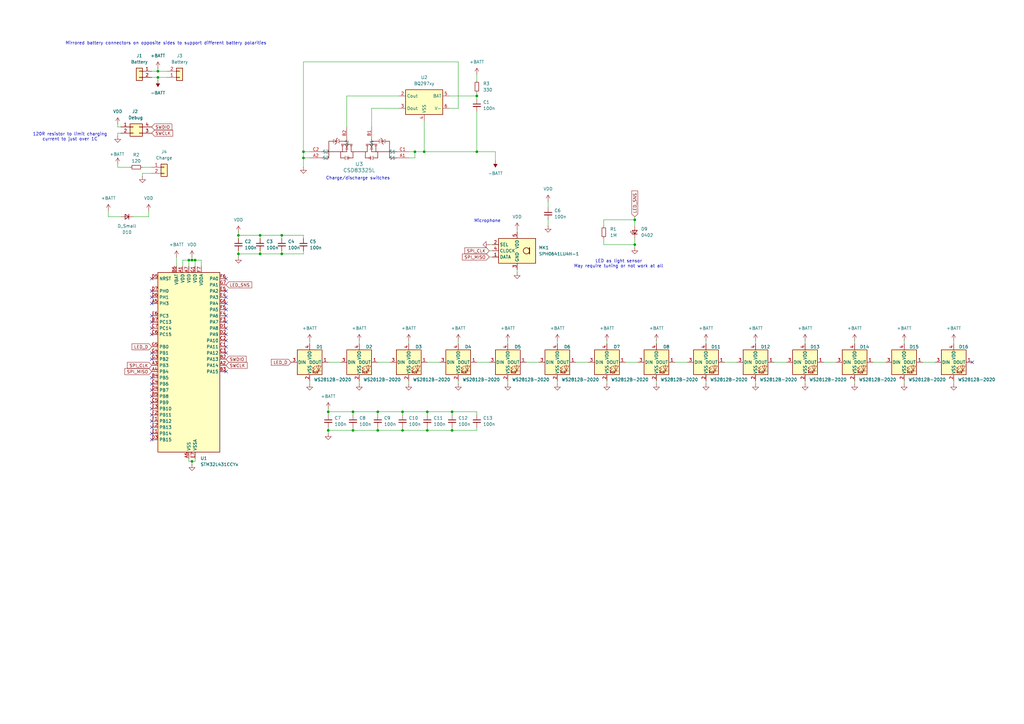
<source format=kicad_sch>
(kicad_sch (version 20231120) (generator "eeschema") (generator_version "8.0")
  (paper "A3")
  (lib_symbols
    (symbol "Battery_Management:BQ297xy"
      (property "Reference" "U" (at -6.35 6.35 0))
      (property "Value" "BQ297xy" (at 5.08 -6.35 0))
      (symbol "BQ297xy_1_1"
        (pin no_connect line (at 7.62 0 180) (length 2.54) hide (name "NC") (number "1"))
        (pin output line (at 10.16 2.54 180) (length 2.54) (name "Cout") (number "2"))
        (pin output line (at 10.16 -2.54 180) (length 2.54) (name "Dout") (number "3"))
        (pin power_in line (at 0 -7.62 90) (length 2.54) (name "VSS") (number "4"))
        (pin input line (at -10.16 2.54 0) (length 2.54) (name "BAT") (number "5"))
        (pin input line (at -10.16 -2.54 0) (length 2.54) (name "V-") (number "6"))
      )
    )
    (symbol "CSD83325L:CSD83325L" (pin_names (offset 0.254))
      (property "Reference" "U" (at 0 2.54 0))
      (property "Value" "CSD83325L" (at 0 0 0))
      (symbol "CSD83325L_0_1"
        (pin unspecified line (at -20.32 2.54 0) (length 5.08) (name "S1") (number "A1"))
        (pin unspecified line (at 20.32 2.54 180) (length 5.08) (name "S2") (number "A2"))
        (pin unspecified line (at -5.08 -10.16 90) (length 5.08) (name "G1") (number "B1"))
        (pin unspecified line (at 5.08 -10.16 90) (length 5.08) (name "G2") (number "B2"))
        (pin unspecified line (at -20.32 0 0) (length 5.08) (name "S1") (number "C1"))
        (pin unspecified line (at 20.32 0 180) (length 5.08) (name "S2") (number "C2"))
      )
    )
    (symbol "Connector_Generic:Conn_01x02" (pin_names (offset 1.016) hide)
      (property "Reference" "J" (at 0 2.54 0))
      (property "Value" "Conn_01x02" (at 0 -5.08 0))
      (symbol "Conn_01x02_1_1"
        (pin passive line (at -5.08 0 0) (length 3.81) (name "Pin_1") (number "1"))
        (pin passive line (at -5.08 -2.54 0) (length 3.81) (name "Pin_2") (number "2"))
      )
    )
    (symbol "Connector_Generic:Conn_02x02_Counter_Clockwise" (pin_names (offset 1.016) hide)
      (property "Reference" "J" (at 1.27 2.54 0))
      (property "Value" "Conn_02x02_Counter_Clockwise" (at 1.27 -5.08 0))
      (symbol "Conn_02x02_Counter_Clockwise_1_1"
        (pin passive line (at -5.08 0 0) (length 3.81) (name "Pin_1") (number "1"))
        (pin passive line (at -5.08 -2.54 0) (length 3.81) (name "Pin_2") (number "2"))
        (pin passive line (at 7.62 -2.54 180) (length 3.81) (name "Pin_3") (number "3"))
        (pin passive line (at 7.62 0 180) (length 3.81) (name "Pin_4") (number "4"))
      )
    )
    (symbol "Device:C_Small" (pin_numbers hide) (pin_names (offset 0.254) hide)
      (property "Reference" "C" (at 0.254 1.778 0))
      (property "Value" "C_Small" (at 0.254 -2.032 0))
      (symbol "C_Small_1_1"
        (pin passive line (at 0 2.54 270) (length 2.032) (name "~") (number "1"))
        (pin passive line (at 0 -2.54 90) (length 2.032) (name "~") (number "2"))
      )
    )
    (symbol "Device:D_Small" (pin_numbers hide) (pin_names (offset 0.254) hide)
      (property "Reference" "D" (at -1.27 2.032 0))
      (property "Value" "D_Small" (at -3.81 -2.032 0))
      (symbol "D_Small_1_1"
        (pin passive line (at -2.54 0 0) (length 1.778) (name "K") (number "1"))
        (pin passive line (at 2.54 0 180) (length 1.778) (name "A") (number "2"))
      )
    )
    (symbol "Device:LED_Small" (pin_numbers hide) (pin_names (offset 0.254) hide)
      (property "Reference" "D" (at -1.27 3.175 0))
      (property "Value" "LED_Small" (at -4.445 -2.54 0))
      (symbol "LED_Small_1_1"
        (pin passive line (at -2.54 0 0) (length 1.778) (name "K") (number "1"))
        (pin passive line (at 2.54 0 180) (length 1.778) (name "A") (number "2"))
      )
    )
    (symbol "Device:R_Small" (pin_numbers hide) (pin_names (offset 0.254) hide)
      (property "Reference" "R" (at 0.762 0.508 0))
      (property "Value" "R_Small" (at 0.762 -1.016 0))
      (symbol "R_Small_1_1"
        (pin passive line (at 0 2.54 270) (length 0.762) (name "~") (number "1"))
        (pin passive line (at 0 -2.54 90) (length 0.762) (name "~") (number "2"))
      )
    )
    (symbol "LED:WS2812B-2020" (pin_names (offset 0.254))
      (property "Reference" "D" (at 5.08 5.715 0))
      (property "Value" "WS2812B-2020" (at 1.27 -5.715 0))
      (symbol "WS2812B-2020_0_0"
        (text "RGB" (at 2.286 -4.191 0) (effects (font (size 0.762 0.762))))
      )
      (symbol "WS2812B-2020_1_1"
        (pin output line (at 7.62 0 180) (length 2.54) (name "DOUT") (number "1"))
        (pin power_in line (at 0 -7.62 90) (length 2.54) (name "VSS") (number "2"))
        (pin input line (at -7.62 0 0) (length 2.54) (name "DIN") (number "3"))
        (pin power_in line (at 0 7.62 270) (length 2.54) (name "VDD") (number "4"))
      )
    )
    (symbol "MCU_ST_STM32L4:STM32L431CCYx"
      (property "Reference" "U" (at -12.7 39.37 0))
      (property "Value" "STM32L431CCYx" (at 7.62 39.37 0))
      (symbol "STM32L431CCYx_1_1"
        (pin power_in line (at -2.54 40.64 270) (length 2.54) (name "VDD") (number "A1"))
        (pin bidirectional line (at 15.24 0 180) (length 2.54) (name "PA14") (number "A2"))
        (pin bidirectional line (at -15.24 0 0) (length 2.54) (name "PB3") (number "A3"))
        (pin bidirectional line (at -15.24 -2.54 0) (length 2.54) (name "PB4") (number "A4"))
        (pin bidirectional line (at -15.24 25.4 0) (length 2.54) (name "PH3") (number "A5"))
        (pin power_in line (at 0 -38.1 90) (length 2.54) (name "VSS") (number "A6"))
        (pin power_in line (at 0 40.64 270) (length 2.54) (name "VDD") (number "A7"))
        (pin passive line (at 0 -38.1 90) (length 2.54) hide (name "VSS") (number "B1"))
        (pin bidirectional line (at 15.24 2.54 180) (length 2.54) (name "PA13") (number "B2"))
        (pin bidirectional line (at 15.24 -2.54 180) (length 2.54) (name "PA15") (number "B3"))
        (pin bidirectional line (at -15.24 -5.08 0) (length 2.54) (name "PB5") (number "B4"))
        (pin bidirectional line (at -15.24 -12.7 0) (length 2.54) (name "PB8") (number "B5"))
        (pin power_in line (at -5.08 40.64 270) (length 2.54) (name "VBAT") (number "B6"))
        (pin bidirectional line (at -15.24 17.78 0) (length 2.54) (name "PC13") (number "B7"))
        (pin bidirectional line (at 15.24 7.62 180) (length 2.54) (name "PA11") (number "C1"))
        (pin bidirectional line (at 15.24 10.16 180) (length 2.54) (name "PA10") (number "C2"))
        (pin bidirectional line (at 15.24 5.08 180) (length 2.54) (name "PA12") (number "C3"))
        (pin bidirectional line (at -15.24 -7.62 0) (length 2.54) (name "PB6") (number "C4"))
        (pin bidirectional line (at -15.24 -15.24 0) (length 2.54) (name "PB9") (number "C5"))
        (pin bidirectional line (at -15.24 12.7 0) (length 2.54) (name "PC15") (number "C6"))
        (pin bidirectional line (at -15.24 15.24 0) (length 2.54) (name "PC14") (number "C7"))
        (pin bidirectional line (at 15.24 15.24 180) (length 2.54) (name "PA8") (number "D1"))
        (pin bidirectional line (at 15.24 12.7 180) (length 2.54) (name "PA9") (number "D2"))
        (pin bidirectional line (at -15.24 -30.48 0) (length 2.54) (name "PB15") (number "D3"))
        (pin bidirectional line (at -15.24 -10.16 0) (length 2.54) (name "PB7") (number "D4"))
        (pin input line (at -15.24 35.56 0) (length 2.54) (name "NRST") (number "D5"))
        (pin bidirectional line (at -15.24 27.94 0) (length 2.54) (name "PH1") (number "D6"))
        (pin bidirectional line (at -15.24 30.48 0) (length 2.54) (name "PH0") (number "D7"))
        (pin bidirectional line (at -15.24 -27.94 0) (length 2.54) (name "PB14") (number "E1"))
        (pin bidirectional line (at -15.24 -25.4 0) (length 2.54) (name "PB13") (number "E2"))
        (pin bidirectional line (at -15.24 -17.78 0) (length 2.54) (name "PB10") (number "E3"))
        (pin bidirectional line (at 15.24 27.94 180) (length 2.54) (name "PA3") (number "E4"))
        (pin bidirectional line (at 15.24 30.48 180) (length 2.54) (name "PA2") (number "E5"))
        (pin bidirectional line (at -15.24 20.32 0) (length 2.54) (name "PC3") (number "E6"))
        (pin power_in line (at 2.54 -38.1 90) (length 2.54) (name "VSSA") (number "E7"))
        (pin bidirectional line (at -15.24 -22.86 0) (length 2.54) (name "PB12") (number "F1"))
        (pin bidirectional line (at -15.24 -20.32 0) (length 2.54) (name "PB11") (number "F2"))
        (pin bidirectional line (at 15.24 17.78 180) (length 2.54) (name "PA7") (number "F3"))
        (pin bidirectional line (at 15.24 20.32 180) (length 2.54) (name "PA6") (number "F4"))
        (pin bidirectional line (at 15.24 22.86 180) (length 2.54) (name "PA5") (number "F5"))
        (pin bidirectional line (at 15.24 35.56 180) (length 2.54) (name "PA0") (number "F6"))
        (pin power_in line (at 5.08 40.64 270) (length 2.54) (name "VDDA") (number "F7"))
        (pin power_in line (at 2.54 40.64 270) (length 2.54) (name "VDD") (number "G1"))
        (pin passive line (at 0 -38.1 90) (length 2.54) hide (name "VSS") (number "G2"))
        (pin bidirectional line (at -15.24 2.54 0) (length 2.54) (name "PB2") (number "G3"))
        (pin bidirectional line (at -15.24 5.08 0) (length 2.54) (name "PB1") (number "G4"))
        (pin bidirectional line (at -15.24 7.62 0) (length 2.54) (name "PB0") (number "G5"))
        (pin bidirectional line (at 15.24 25.4 180) (length 2.54) (name "PA4") (number "G6"))
        (pin bidirectional line (at 15.24 33.02 180) (length 2.54) (name "PA1") (number "G7"))
      )
    )
    (symbol "Sensor_Audio:SPH0641LU4H-1"
      (property "Reference" "MK" (at 5.08 6.35 0))
      (property "Value" "SPH0641LU4H-1" (at 8.89 -6.35 0))
      (symbol "SPH0641LU4H-1_1_1"
        (pin output line (at 10.16 -2.54 180) (length 2.54) (name "DATA") (number "1"))
        (pin input line (at 10.16 2.54 180) (length 2.54) (name "SEL") (number "2"))
        (pin power_in line (at 0 -7.62 90) (length 2.54) (name "GND") (number "3"))
        (pin input line (at 10.16 0 180) (length 2.54) (name "CLOCK") (number "4"))
        (pin power_in line (at 0 7.62 270) (length 2.54) (name "VDD") (number "5"))
      )
    )
    (symbol "power:+BATT" (power) (pin_numbers hide) (pin_names (offset 0) hide)
      (property "Value" "+BATT" (at 0 3.556 0))
      (symbol "+BATT_1_1"
        (pin power_in line (at 0 0 90) (length 0) (name "~") (number "1"))
      )
    )
    (symbol "power:-BATT" (power) (pin_numbers hide) (pin_names (offset 0) hide)
      (property "Value" "-BATT" (at 0 3.556 0))
      (symbol "-BATT_1_1"
        (pin power_in line (at 0 0 90) (length 0) (name "~") (number "1"))
      )
    )
    (symbol "power:GND" (power) (pin_numbers hide) (pin_names (offset 0) hide)
      (property "Value" "GND" (at 0 -3.81 0))
      (symbol "GND_1_1"
        (pin power_in line (at 0 0 270) (length 0) (name "~") (number "1"))
      )
    )
    (symbol "power:VDD" (power) (pin_numbers hide) (pin_names (offset 0) hide)
      (property "Value" "VDD" (at 0 3.556 0))
      (symbol "VDD_1_1"
        (pin power_in line (at 0 0 90) (length 0) (name "~") (number "1"))
      )
    )
  )
  (junction (at 260.35 100.33))
  (junction (at 77.47 106.68))
  (junction (at 115.57 96.52))
  (junction (at 78.74 189.23))
  (junction (at 165.1 176.53))
  (junction (at 165.1 168.91))
  (junction (at 175.26 176.53))
  (junction (at 195.58 39.37))
  (junction (at 185.42 176.53))
  (junction (at 173.99 62.23))
  (junction (at 97.79 104.14))
  (junction (at 106.68 104.14))
  (junction (at 170.18 62.23))
  (junction (at 134.62 176.53))
  (junction (at 124.46 64.77))
  (junction (at 64.77 29.21))
  (junction (at 260.35 90.17))
  (junction (at 144.78 176.53))
  (junction (at 124.46 62.23))
  (junction (at 64.77 31.75))
  (junction (at 78.74 106.68))
  (junction (at 106.68 96.52))
  (junction (at 175.26 168.91))
  (junction (at 115.57 104.14))
  (junction (at 134.62 168.91))
  (junction (at 154.94 176.53))
  (junction (at 80.01 106.68))
  (junction (at 195.58 62.23))
  (junction (at 144.78 168.91))
  (junction (at 154.94 168.91))
  (junction (at 97.79 96.52))
  (junction (at 185.42 168.91))
  (no_connect (at 92.71 119.38))
  (no_connect (at 92.71 139.7))
  (no_connect (at 62.23 124.46))
  (no_connect (at 62.23 160.02))
  (no_connect (at 62.23 129.54))
  (no_connect (at 62.23 157.48))
  (no_connect (at 92.71 124.46))
  (no_connect (at 92.71 127))
  (no_connect (at 92.71 142.24))
  (no_connect (at 62.23 180.34))
  (no_connect (at 92.71 132.08))
  (no_connect (at 92.71 121.92))
  (no_connect (at 92.71 144.78))
  (no_connect (at 62.23 177.8))
  (no_connect (at 92.71 129.54))
  (no_connect (at 62.23 147.32))
  (no_connect (at 62.23 137.16))
  (no_connect (at 62.23 114.3))
  (no_connect (at 92.71 152.4))
  (no_connect (at 62.23 121.92))
  (no_connect (at 62.23 154.94))
  (no_connect (at 92.71 137.16))
  (no_connect (at 62.23 170.18))
  (no_connect (at 62.23 162.56))
  (no_connect (at 62.23 165.1))
  (no_connect (at 398.78 148.59))
  (no_connect (at 62.23 132.08))
  (no_connect (at 62.23 119.38))
  (no_connect (at 62.23 144.78))
  (no_connect (at 92.71 134.62))
  (no_connect (at 62.23 175.26))
  (no_connect (at 62.23 167.64))
  (no_connect (at 92.71 114.3))
  (no_connect (at 62.23 134.62))
  (no_connect (at 62.23 172.72))
  (wire (pts (xy 378.46 148.59) (xy 383.54 148.59)))
  (wire (pts (xy 124.46 68.58) (xy 124.46 64.77)))
  (wire (pts (xy 269.24 139.7) (xy 269.24 140.97)))
  (wire (pts (xy 215.9 148.59) (xy 220.98 148.59)))
  (wire (pts (xy 247.65 97.79) (xy 247.65 100.33)))
  (wire (pts (xy 58.42 68.58) (xy 62.23 68.58)))
  (wire (pts (xy 212.09 93.98) (xy 212.09 95.25)))
  (wire (pts (xy 247.65 90.17) (xy 247.65 92.71)))
  (wire (pts (xy 203.2 62.23) (xy 195.58 62.23)))
  (wire (pts (xy 173.99 62.23) (xy 170.18 62.23)))
  (wire (pts (xy 97.79 96.52) (xy 106.68 96.52)))
  (wire (pts (xy 48.26 68.58) (xy 48.26 67.31)))
  (wire (pts (xy 187.96 44.45) (xy 187.96 25.4)))
  (wire (pts (xy 152.4 44.45) (xy 163.83 44.45)))
  (wire (pts (xy 200.66 105.41) (xy 201.93 105.41)))
  (wire (pts (xy 54.61 88.9) (xy 60.96 88.9)))
  (wire (pts (xy 147.32 139.7) (xy 147.32 140.97)))
  (wire (pts (xy 97.79 96.52) (xy 97.79 97.79)))
  (wire (pts (xy 97.79 102.87) (xy 97.79 104.14)))
  (wire (pts (xy 195.58 45.72) (xy 195.58 62.23)))
  (wire (pts (xy 195.58 62.23) (xy 173.99 62.23)))
  (wire (pts (xy 124.46 62.23) (xy 127 62.23)))
  (wire (pts (xy 195.58 175.26) (xy 195.58 176.53)))
  (wire (pts (xy 154.94 168.91) (xy 144.78 168.91)))
  (wire (pts (xy 370.84 156.21) (xy 370.84 157.48)))
  (wire (pts (xy 260.35 101.6) (xy 260.35 100.33)))
  (wire (pts (xy 167.64 156.21) (xy 167.64 157.48)))
  (wire (pts (xy 78.74 189.23) (xy 80.01 189.23)))
  (wire (pts (xy 165.1 168.91) (xy 154.94 168.91)))
  (wire (pts (xy 144.78 168.91) (xy 134.62 168.91)))
  (wire (pts (xy 60.96 86.36) (xy 60.96 88.9)))
  (wire (pts (xy 77.47 187.96) (xy 77.47 189.23)))
  (wire (pts (xy 184.15 44.45) (xy 187.96 44.45)))
  (wire (pts (xy 147.32 156.21) (xy 147.32 157.48)))
  (wire (pts (xy 127 139.7) (xy 127 140.97)))
  (wire (pts (xy 185.42 175.26) (xy 185.42 176.53)))
  (wire (pts (xy 62.23 31.75) (xy 64.77 31.75)))
  (wire (pts (xy 195.58 170.18) (xy 195.58 168.91)))
  (wire (pts (xy 200.66 100.33) (xy 201.93 100.33)))
  (wire (pts (xy 64.77 31.75) (xy 64.77 33.02)))
  (wire (pts (xy 97.79 104.14) (xy 97.79 105.41)))
  (wire (pts (xy 77.47 106.68) (xy 77.47 109.22)))
  (wire (pts (xy 184.15 39.37) (xy 195.58 39.37)))
  (wire (pts (xy 236.22 148.59) (xy 241.3 148.59)))
  (wire (pts (xy 165.1 170.18) (xy 165.1 168.91)))
  (wire (pts (xy 115.57 96.52) (xy 124.46 96.52)))
  (wire (pts (xy 77.47 106.68) (xy 74.93 106.68)))
  (wire (pts (xy 195.58 39.37) (xy 195.58 40.64)))
  (wire (pts (xy 58.42 71.12) (xy 58.42 72.39)))
  (wire (pts (xy 203.2 62.23) (xy 203.2 66.04)))
  (wire (pts (xy 391.16 156.21) (xy 391.16 157.48)))
  (wire (pts (xy 200.66 102.87) (xy 201.93 102.87)))
  (wire (pts (xy 115.57 97.79) (xy 115.57 96.52)))
  (wire (pts (xy 134.62 176.53) (xy 134.62 177.8)))
  (wire (pts (xy 124.46 25.4) (xy 124.46 62.23)))
  (wire (pts (xy 48.26 50.8) (xy 48.26 52.07)))
  (wire (pts (xy 80.01 106.68) (xy 78.74 106.68)))
  (wire (pts (xy 134.62 167.64) (xy 134.62 168.91)))
  (wire (pts (xy 187.96 25.4) (xy 124.46 25.4)))
  (wire (pts (xy 195.58 148.59) (xy 200.66 148.59)))
  (wire (pts (xy 170.18 64.77) (xy 170.18 62.23)))
  (wire (pts (xy 247.65 100.33) (xy 260.35 100.33)))
  (wire (pts (xy 260.35 100.33) (xy 260.35 97.79)))
  (wire (pts (xy 297.18 148.59) (xy 302.26 148.59)))
  (wire (pts (xy 175.26 148.59) (xy 180.34 148.59)))
  (wire (pts (xy 106.68 97.79) (xy 106.68 96.52)))
  (wire (pts (xy 208.28 139.7) (xy 208.28 140.97)))
  (wire (pts (xy 106.68 96.52) (xy 115.57 96.52)))
  (wire (pts (xy 77.47 189.23) (xy 78.74 189.23)))
  (wire (pts (xy 64.77 27.94) (xy 64.77 29.21)))
  (wire (pts (xy 144.78 170.18) (xy 144.78 168.91)))
  (wire (pts (xy 80.01 109.22) (xy 80.01 106.68)))
  (wire (pts (xy 124.46 102.87) (xy 124.46 104.14)))
  (wire (pts (xy 106.68 104.14) (xy 115.57 104.14)))
  (wire (pts (xy 317.5 148.59) (xy 322.58 148.59)))
  (wire (pts (xy 195.58 30.48) (xy 195.58 33.02)))
  (wire (pts (xy 154.94 148.59) (xy 160.02 148.59)))
  (wire (pts (xy 124.46 62.23) (xy 124.46 64.77)))
  (wire (pts (xy 391.16 139.7) (xy 391.16 140.97)))
  (wire (pts (xy 289.56 139.7) (xy 289.56 140.97)))
  (wire (pts (xy 350.52 156.21) (xy 350.52 157.48)))
  (wire (pts (xy 97.79 104.14) (xy 106.68 104.14)))
  (wire (pts (xy 175.26 175.26) (xy 175.26 176.53)))
  (wire (pts (xy 80.01 187.96) (xy 80.01 189.23)))
  (wire (pts (xy 309.88 139.7) (xy 309.88 140.97)))
  (wire (pts (xy 167.64 139.7) (xy 167.64 140.97)))
  (wire (pts (xy 97.79 95.25) (xy 97.79 96.52)))
  (wire (pts (xy 167.64 64.77) (xy 170.18 64.77)))
  (wire (pts (xy 44.45 88.9) (xy 44.45 86.36)))
  (wire (pts (xy 175.26 170.18) (xy 175.26 168.91)))
  (wire (pts (xy 127 156.21) (xy 127 157.48)))
  (wire (pts (xy 337.82 148.59) (xy 342.9 148.59)))
  (wire (pts (xy 134.62 168.91) (xy 134.62 170.18)))
  (wire (pts (xy 144.78 175.26) (xy 144.78 176.53)))
  (wire (pts (xy 82.55 106.68) (xy 80.01 106.68)))
  (wire (pts (xy 134.62 148.59) (xy 139.7 148.59)))
  (wire (pts (xy 208.28 156.21) (xy 208.28 157.48)))
  (wire (pts (xy 144.78 176.53) (xy 134.62 176.53)))
  (wire (pts (xy 72.39 105.41) (xy 72.39 109.22)))
  (wire (pts (xy 187.96 156.21) (xy 187.96 157.48)))
  (wire (pts (xy 269.24 156.21) (xy 269.24 157.48)))
  (wire (pts (xy 358.14 148.59) (xy 363.22 148.59)))
  (wire (pts (xy 289.56 156.21) (xy 289.56 157.48)))
  (wire (pts (xy 124.46 97.79) (xy 124.46 96.52)))
  (wire (pts (xy 228.6 156.21) (xy 228.6 157.48)))
  (wire (pts (xy 115.57 104.14) (xy 124.46 104.14)))
  (wire (pts (xy 134.62 175.26) (xy 134.62 176.53)))
  (wire (pts (xy 309.88 156.21) (xy 309.88 157.48)))
  (wire (pts (xy 44.45 88.9) (xy 49.53 88.9)))
  (wire (pts (xy 165.1 176.53) (xy 154.94 176.53)))
  (wire (pts (xy 48.26 55.88) (xy 48.26 54.61)))
  (wire (pts (xy 78.74 189.23) (xy 78.74 190.5)))
  (wire (pts (xy 165.1 175.26) (xy 165.1 176.53)))
  (wire (pts (xy 187.96 139.7) (xy 187.96 140.97)))
  (wire (pts (xy 167.64 62.23) (xy 170.18 62.23)))
  (wire (pts (xy 142.24 39.37) (xy 142.24 52.07)))
  (wire (pts (xy 228.6 139.7) (xy 228.6 140.97)))
  (wire (pts (xy 74.93 106.68) (xy 74.93 109.22)))
  (wire (pts (xy 163.83 39.37) (xy 142.24 39.37)))
  (wire (pts (xy 68.58 31.75) (xy 64.77 31.75)))
  (wire (pts (xy 195.58 168.91) (xy 185.42 168.91)))
  (wire (pts (xy 185.42 168.91) (xy 175.26 168.91)))
  (wire (pts (xy 106.68 102.87) (xy 106.68 104.14)))
  (wire (pts (xy 185.42 170.18) (xy 185.42 168.91)))
  (wire (pts (xy 124.46 64.77) (xy 127 64.77)))
  (wire (pts (xy 154.94 170.18) (xy 154.94 168.91)))
  (wire (pts (xy 330.2 156.21) (xy 330.2 157.48)))
  (wire (pts (xy 78.74 105.41) (xy 78.74 106.68)))
  (wire (pts (xy 256.54 148.59) (xy 261.62 148.59)))
  (wire (pts (xy 260.35 92.71) (xy 260.35 90.17)))
  (wire (pts (xy 62.23 29.21) (xy 64.77 29.21)))
  (wire (pts (xy 48.26 52.07) (xy 49.53 52.07)))
  (wire (pts (xy 152.4 52.07) (xy 152.4 44.45)))
  (wire (pts (xy 48.26 54.61) (xy 49.53 54.61)))
  (wire (pts (xy 78.74 106.68) (xy 77.47 106.68)))
  (wire (pts (xy 224.79 90.17) (xy 224.79 92.71)))
  (wire (pts (xy 350.52 139.7) (xy 350.52 140.97)))
  (wire (pts (xy 175.26 176.53) (xy 165.1 176.53)))
  (wire (pts (xy 195.58 38.1) (xy 195.58 39.37)))
  (wire (pts (xy 247.65 90.17) (xy 260.35 90.17)))
  (wire (pts (xy 276.86 148.59) (xy 281.94 148.59)))
  (wire (pts (xy 248.92 139.7) (xy 248.92 140.97)))
  (wire (pts (xy 195.58 176.53) (xy 185.42 176.53)))
  (wire (pts (xy 224.79 82.55) (xy 224.79 85.09)))
  (wire (pts (xy 53.34 68.58) (xy 48.26 68.58)))
  (wire (pts (xy 68.58 29.21) (xy 64.77 29.21)))
  (wire (pts (xy 82.55 109.22) (xy 82.55 106.68)))
  (wire (pts (xy 370.84 139.7) (xy 370.84 140.97)))
  (wire (pts (xy 173.99 49.53) (xy 173.99 62.23)))
  (wire (pts (xy 115.57 102.87) (xy 115.57 104.14)))
  (wire (pts (xy 248.92 156.21) (xy 248.92 157.48)))
  (wire (pts (xy 62.23 71.12) (xy 58.42 71.12)))
  (wire (pts (xy 154.94 175.26) (xy 154.94 176.53)))
  (wire (pts (xy 330.2 139.7) (xy 330.2 140.97)))
  (wire (pts (xy 212.09 110.49) (xy 212.09 111.76)))
  (wire (pts (xy 175.26 168.91) (xy 165.1 168.91)))
  (wire (pts (xy 260.35 88.9) (xy 260.35 90.17)))
  (wire (pts (xy 154.94 176.53) (xy 144.78 176.53)))
  (wire (pts (xy 185.42 176.53) (xy 175.26 176.53)))
  (text "LED as light sensor\nMay require tuning or not work at all" (at 253.746 108.204 0) (effects (font (size 1.27 1.27))))
  (text "Charge/discharge switches" (at 146.812 73.152 0) (effects (font (size 1.27 1.27))))
  (text "Mirrored battery connectors on opposite sides to support different battery polarities" (at 68.072 17.78 0) (effects (font (size 1.27 1.27))))
  (text "Microphone" (at 199.898 90.678 0) (effects (font (size 1.27 1.27))))
  (text "120R resistor to limit charging\ncurrent to just over 1C" (at 28.702 56.134 0) (effects (font (size 1.27 1.27))))
  (global_label "LED_D" (shape input) (at 119.38 148.59 180) (property "Intersheetrefs" "${INTERSHEET_REFS}" (effects (hide yes))))
  (global_label "SWDIO" (shape input) (at 62.23 52.07 0) (property "Intersheetrefs" "${INTERSHEET_REFS}" (effects (hide yes))))
  (global_label "SWDIO" (shape input) (at 92.71 147.32 0) (property "Intersheetrefs" "${INTERSHEET_REFS}" (effects (hide yes))))
  (global_label "LED_SNS" (shape input) (at 260.35 88.9 90) (property "Intersheetrefs" "${INTERSHEET_REFS}" (effects (hide yes))))
  (global_label "SWCLK" (shape input) (at 92.71 149.86 0) (property "Intersheetrefs" "${INTERSHEET_REFS}" (effects (hide yes))))
  (global_label "SWCLK" (shape input) (at 62.23 54.61 0) (property "Intersheetrefs" "${INTERSHEET_REFS}" (effects (hide yes))))
  (global_label "SPI_MISO" (shape input) (at 200.66 105.41 180) (property "Intersheetrefs" "${INTERSHEET_REFS}" (effects (hide yes))))
  (global_label "LED_SNS" (shape input) (at 92.71 116.84 0) (property "Intersheetrefs" "${INTERSHEET_REFS}" (effects (hide yes))))
  (global_label "SPI_MISO" (shape input) (at 62.23 152.4 180) (property "Intersheetrefs" "${INTERSHEET_REFS}" (effects (hide yes))))
  (global_label "SPI_CLK" (shape input) (at 62.23 149.86 180) (property "Intersheetrefs" "${INTERSHEET_REFS}" (effects (hide yes))))
  (global_label "SPI_CLK" (shape input) (at 200.66 102.87 180) (property "Intersheetrefs" "${INTERSHEET_REFS}" (effects (hide yes))))
  (global_label "LED_D" (shape input) (at 62.23 142.24 180) (property "Intersheetrefs" "${INTERSHEET_REFS}" (effects (hide yes))))
  (symbol (lib_id "Battery_Management:BQ297xy") (at 173.99 41.91 0) (mirror y) (unit 1)
    (property "Reference" "U2" (at 173.99 31.75 0))
    (property "Value" "BQ297xy" (at 173.99 34.29 0))
    (property "Footprint" "Package_SON:WSON-6_1.5x1.5mm_P0.5mm" (effects (hide yes)))
    (property "Datasheet" "http://www.ti.com/lit/ds/symlink/bq2970.pdf" (effects (hide yes)))
    (property "Description" "Voltage and Current Protection for Single-Cell Li-Ion and Li-Polymer Batteries" (effects (hide yes)))
  )
  (symbol (lib_id "power:GND") (at 127 157.48 0) (unit 1)
    (property "Reference" "#PWR04" (effects (hide yes)))
    (property "Value" "GND" (effects (hide yes)))
    (property "Description" "Power symbol creates a global label with name \"GND\" , ground" (effects (hide yes)))
  )
  (symbol (lib_id "CSD83325L:CSD83325L") (at 147.32 62.23 180) (unit 1)
    (property "Reference" "U3" (at 147.32 67.31 0) (effects (font (size 1.524 1.524))))
    (property "Value" "CSD83325L" (at 147.32 69.85 0) (effects (font (size 1.524 1.524))))
    (property "Footprint" "CSD83325L:YJE0006A" (effects (hide yes)))
    (property "Datasheet" "CSD83325L" (effects (hide yes)))
  )
  (symbol (lib_id "Device:R_Small") (at 247.65 95.25 0) (unit 1)
    (property "Reference" "R1" (at 250.19 93.9799 0) (effects (justify left)))
    (property "Value" "1M" (at 250.19 96.5199 0) (effects (justify left)))
    (property "Footprint" "Resistor_SMD:R_0402_1005Metric" (effects (hide yes)))
    (property "Description" "Resistor, small symbol" (effects (hide yes)))
  )
  (symbol (lib_id "MCU_ST_STM32L4:STM32L431CCYx") (at 77.47 149.86 0) (unit 1)
    (property "Reference" "U1" (at 82.2041 187.96 0) (effects (justify left)))
    (property "Value" "STM32L431CCYx" (at 82.2041 190.5 0) (effects (justify left)))
    (property "Footprint" "Package_CSP:ST_WLCSP-49_Die435" (effects (hide yes)))
    (property "Datasheet" "https://www.st.com/resource/en/datasheet/stm32l431cc.pdf" (effects (hide yes)))
    (property "Description" "STMicroelectronics Arm Cortex-M4 MCU, 256KB flash, 64KB RAM, 80 MHz, 1.71-3.6V, 39 GPIO, WLCSP49" (effects (hide yes)))
  )
  (symbol (lib_id "LED:WS2812B-2020") (at 350.52 148.59 0) (unit 1)
    (property "Reference" "D14" (at 354.584 142.24 0))
    (property "Value" "WS2812B-2020" (at 359.918 155.702 0))
    (property "Footprint" "LED_SMD:LED_WS2812B-2020_PLCC4_2.0x2.0mm" (effects (hide yes)))
    (property "Datasheet" "https://cdn-shop.adafruit.com/product-files/4684/4684_WS2812B-2020_V1.3_EN.pdf" (effects (hide yes)))
    (property "Description" "RGB LED with integrated controller, 2.0 x 2.0 mm, 12 mA" (effects (hide yes)))
  )
  (symbol (lib_id "Device:C_Small") (at 134.62 172.72 0) (unit 1)
    (property "Reference" "C7" (at 137.16 171.4562 0) (effects (justify left)))
    (property "Value" "100n" (at 137.16 173.9962 0) (effects (justify left)))
    (property "Footprint" "Capacitor_SMD:C_0402_1005Metric" (effects (hide yes)))
    (property "Description" "Unpolarized capacitor, small symbol" (effects (hide yes)))
  )
  (symbol (lib_id "power:-BATT") (at 203.2 66.04 180) (unit 1)
    (property "Reference" "#PWR027" (effects (hide yes)))
    (property "Value" "-BATT" (at 203.2 71.12 0))
    (property "Description" "Power symbol creates a global label with name \"-BATT\"" (effects (hide yes)))
  )
  (symbol (lib_id "LED:WS2812B-2020") (at 208.28 148.59 0) (unit 1)
    (property "Reference" "D5" (at 212.344 142.24 0))
    (property "Value" "WS2812B-2020" (at 217.678 155.702 0))
    (property "Footprint" "LED_SMD:LED_WS2812B-2020_PLCC4_2.0x2.0mm" (effects (hide yes)))
    (property "Datasheet" "https://cdn-shop.adafruit.com/product-files/4684/4684_WS2812B-2020_V1.3_EN.pdf" (effects (hide yes)))
    (property "Description" "RGB LED with integrated controller, 2.0 x 2.0 mm, 12 mA" (effects (hide yes)))
  )
  (symbol (lib_id "Device:LED_Small") (at 260.35 95.25 90) (unit 1)
    (property "Reference" "D9" (at 262.89 93.9164 90) (effects (justify right)))
    (property "Value" "0402" (at 262.89 96.4564 90) (effects (justify right)))
    (property "Footprint" "LED_SMD:LED_0402_1005Metric" (effects (hide yes)))
    (property "Description" "Light emitting diode, small symbol" (effects (hide yes)))
  )
  (symbol (lib_id "power:GND") (at 228.6 157.48 0) (unit 1)
    (property "Reference" "#PWR09" (effects (hide yes)))
    (property "Value" "GND" (effects (hide yes)))
    (property "Description" "Power symbol creates a global label with name \"GND\" , ground" (effects (hide yes)))
  )
  (symbol (lib_id "LED:WS2812B-2020") (at 248.92 148.59 0) (unit 1)
    (property "Reference" "D7" (at 252.984 142.24 0))
    (property "Value" "WS2812B-2020" (at 258.318 155.702 0))
    (property "Footprint" "LED_SMD:LED_WS2812B-2020_PLCC4_2.0x2.0mm" (effects (hide yes)))
    (property "Datasheet" "https://cdn-shop.adafruit.com/product-files/4684/4684_WS2812B-2020_V1.3_EN.pdf" (effects (hide yes)))
    (property "Description" "RGB LED with integrated controller, 2.0 x 2.0 mm, 12 mA" (effects (hide yes)))
  )
  (symbol (lib_id "power:+BATT") (at 72.39 105.41 0) (unit 1)
    (property "Reference" "#PWR020" (effects (hide yes)))
    (property "Value" "+BATT" (at 72.39 100.33 0))
    (property "Description" "Power symbol creates a global label with name \"+BATT\"" (effects (hide yes)))
  )
  (symbol (lib_id "power:GND") (at 167.64 157.48 0) (unit 1)
    (property "Reference" "#PWR06" (effects (hide yes)))
    (property "Value" "GND" (effects (hide yes)))
    (property "Description" "Power symbol creates a global label with name \"GND\" , ground" (effects (hide yes)))
  )
  (symbol (lib_id "power:+BATT") (at 391.16 139.7 0) (unit 1)
    (property "Reference" "#PWR044" (effects (hide yes)))
    (property "Value" "+BATT" (at 391.16 134.62 0))
    (property "Description" "Power symbol creates a global label with name \"+BATT\"" (effects (hide yes)))
  )
  (symbol (lib_id "power:+BATT") (at 195.58 30.48 0) (unit 1)
    (property "Reference" "#PWR026" (effects (hide yes)))
    (property "Value" "+BATT" (at 195.58 25.4 0))
    (property "Description" "Power symbol creates a global label with name \"+BATT\"" (effects (hide yes)))
  )
  (symbol (lib_id "power:+BATT") (at 127 139.7 0) (unit 1)
    (property "Reference" "#PWR012" (effects (hide yes)))
    (property "Value" "+BATT" (at 127 134.62 0))
    (property "Description" "Power symbol creates a global label with name \"+BATT\"" (effects (hide yes)))
  )
  (symbol (lib_id "power:GND") (at 208.28 157.48 0) (unit 1)
    (property "Reference" "#PWR08" (effects (hide yes)))
    (property "Value" "GND" (effects (hide yes)))
    (property "Description" "Power symbol creates a global label with name \"GND\" , ground" (effects (hide yes)))
  )
  (symbol (lib_id "LED:WS2812B-2020") (at 187.96 148.59 0) (unit 1)
    (property "Reference" "D4" (at 192.024 142.24 0))
    (property "Value" "WS2812B-2020" (at 197.358 155.702 0))
    (property "Footprint" "LED_SMD:LED_WS2812B-2020_PLCC4_2.0x2.0mm" (effects (hide yes)))
    (property "Datasheet" "https://cdn-shop.adafruit.com/product-files/4684/4684_WS2812B-2020_V1.3_EN.pdf" (effects (hide yes)))
    (property "Description" "RGB LED with integrated controller, 2.0 x 2.0 mm, 12 mA" (effects (hide yes)))
  )
  (symbol (lib_id "LED:WS2812B-2020") (at 167.64 148.59 0) (unit 1)
    (property "Reference" "D3" (at 171.704 142.24 0))
    (property "Value" "WS2812B-2020" (at 177.038 155.702 0))
    (property "Footprint" "LED_SMD:LED_WS2812B-2020_PLCC4_2.0x2.0mm" (effects (hide yes)))
    (property "Datasheet" "https://cdn-shop.adafruit.com/product-files/4684/4684_WS2812B-2020_V1.3_EN.pdf" (effects (hide yes)))
    (property "Description" "RGB LED with integrated controller, 2.0 x 2.0 mm, 12 mA" (effects (hide yes)))
  )
  (symbol (lib_id "Device:C_Small") (at 224.79 87.63 0) (unit 1)
    (property "Reference" "C6" (at 227.33 86.3662 0) (effects (justify left)))
    (property "Value" "100n" (at 227.33 88.9062 0) (effects (justify left)))
    (property "Footprint" "Capacitor_SMD:C_0402_1005Metric" (effects (hide yes)))
    (property "Description" "Unpolarized capacitor, small symbol" (effects (hide yes)))
  )
  (symbol (lib_id "Device:R_Small") (at 195.58 35.56 0) (unit 1)
    (property "Reference" "R3" (at 198.12 34.2899 0) (effects (justify left)))
    (property "Value" "330" (at 198.12 36.8299 0) (effects (justify left)))
    (property "Footprint" "Resistor_SMD:R_0402_1005Metric" (effects (hide yes)))
    (property "Description" "Resistor, small symbol" (effects (hide yes)))
  )
  (symbol (lib_id "power:VDD") (at 48.26 50.8 0) (unit 1)
    (property "Reference" "#PWR023" (effects (hide yes)))
    (property "Value" "VDD" (at 48.26 45.72 0))
    (property "Description" "Power symbol creates a global label with name \"VDD\"" (effects (hide yes)))
  )
  (symbol (lib_id "Device:C_Small") (at 97.79 100.33 0) (unit 1)
    (property "Reference" "C2" (at 100.33 99.0662 0) (effects (justify left)))
    (property "Value" "100n" (at 100.33 101.6062 0) (effects (justify left)))
    (property "Footprint" "Capacitor_SMD:C_0402_1005Metric" (effects (hide yes)))
    (property "Description" "Unpolarized capacitor, small symbol" (effects (hide yes)))
  )
  (symbol (lib_id "power:+BATT") (at 187.96 139.7 0) (unit 1)
    (property "Reference" "#PWR015" (effects (hide yes)))
    (property "Value" "+BATT" (at 187.96 134.62 0))
    (property "Description" "Power symbol creates a global label with name \"+BATT\"" (effects (hide yes)))
  )
  (symbol (lib_id "power:+BATT") (at 64.77 27.94 0) (unit 1)
    (property "Reference" "#PWR024" (effects (hide yes)))
    (property "Value" "+BATT" (at 64.77 22.86 0))
    (property "Description" "Power symbol creates a global label with name \"+BATT\"" (effects (hide yes)))
  )
  (symbol (lib_id "power:GND") (at 212.09 111.76 0) (unit 1)
    (property "Reference" "#PWR02" (effects (hide yes)))
    (property "Value" "GND" (effects (hide yes)))
    (property "Description" "Power symbol creates a global label with name \"GND\" , ground" (effects (hide yes)))
  )
  (symbol (lib_id "Connector_Generic:Conn_01x02") (at 67.31 68.58 0) (unit 1)
    (property "Reference" "J4" (at 67.31 62.23 0))
    (property "Value" "Charge" (at 67.31 64.77 0))
    (property "Footprint" "SolderPads:MageneticChargeConnector" (effects (hide yes)))
    (property "Description" "Generic connector, single row, 01x02, script generated (kicad-library-utils/schlib/autogen/connector/)" (effects (hide yes)))
  )
  (symbol (lib_id "LED:WS2812B-2020") (at 391.16 148.59 0) (unit 1)
    (property "Reference" "D16" (at 395.224 142.24 0))
    (property "Value" "WS2812B-2020" (at 400.558 155.702 0))
    (property "Footprint" "LED_SMD:LED_WS2812B-2020_PLCC4_2.0x2.0mm" (effects (hide yes)))
    (property "Datasheet" "https://cdn-shop.adafruit.com/product-files/4684/4684_WS2812B-2020_V1.3_EN.pdf" (effects (hide yes)))
    (property "Description" "RGB LED with integrated controller, 2.0 x 2.0 mm, 12 mA" (effects (hide yes)))
  )
  (symbol (lib_id "power:-BATT") (at 64.77 33.02 180) (unit 1)
    (property "Reference" "#PWR025" (effects (hide yes)))
    (property "Value" "-BATT" (at 64.77 38.1 0))
    (property "Description" "Power symbol creates a global label with name \"-BATT\"" (effects (hide yes)))
  )
  (symbol (lib_id "power:VDD") (at 97.79 95.25 0) (unit 1)
    (property "Reference" "#PWR032" (effects (hide yes)))
    (property "Value" "VDD" (at 97.79 90.17 0))
    (property "Description" "Power symbol creates a global label with name \"VDD\"" (effects (hide yes)))
  )
  (symbol (lib_id "power:GND") (at 58.42 72.39 0) (unit 1)
    (property "Reference" "#PWR052" (effects (hide yes)))
    (property "Value" "GND" (effects (hide yes)))
    (property "Description" "Power symbol creates a global label with name \"GND\" , ground" (effects (hide yes)))
  )
  (symbol (lib_id "Connector_Generic:Conn_01x02") (at 73.66 31.75 0) (mirror x) (unit 1)
    (property "Reference" "J3" (at 73.66 22.86 0))
    (property "Value" "Battery" (at 73.66 25.4 0))
    (property "Footprint" "SolderPads:Battery" (effects (hide yes)))
    (property "Description" "Generic connector, single row, 01x02, script generated (kicad-library-utils/schlib/autogen/connector/)" (effects (hide yes)))
  )
  (symbol (lib_id "Device:R_Small") (at 55.88 68.58 90) (unit 1)
    (property "Reference" "R2" (at 55.88 63.5 90))
    (property "Value" "120" (at 55.88 66.04 90))
    (property "Footprint" "Resistor_SMD:R_0402_1005Metric" (effects (hide yes)))
    (property "Description" "Resistor, small symbol" (effects (hide yes)))
  )
  (symbol (lib_id "Device:D_Small") (at 52.07 88.9 0) (mirror y) (unit 1)
    (property "Reference" "D10" (at 52.07 95.25 0))
    (property "Value" "D_Small" (at 52.07 92.71 0))
    (property "Footprint" "Diode_SMD:D_0402_1005Metric" (effects (hide yes)))
    (property "Description" "Diode, small symbol" (effects (hide yes)))
    (property "Sim.Device" "D" (effects (hide yes)))
    (property "Sim.Pins" "1=K 2=A" (effects (hide yes)))
  )
  (symbol (lib_id "power:GND") (at 48.26 55.88 0) (unit 1)
    (property "Reference" "#PWR022" (effects (hide yes)))
    (property "Value" "GND" (effects (hide yes)))
    (property "Description" "Power symbol creates a global label with name \"GND\" , ground" (effects (hide yes)))
  )
  (symbol (lib_id "power:VDD") (at 78.74 105.41 0) (unit 1)
    (property "Reference" "#PWR031" (effects (hide yes)))
    (property "Value" "VDD" (at 78.74 100.33 0))
    (property "Description" "Power symbol creates a global label with name \"VDD\"" (effects (hide yes)))
  )
  (symbol (lib_id "power:GND") (at 330.2 157.48 0) (unit 1)
    (property "Reference" "#PWR047" (effects (hide yes)))
    (property "Value" "GND" (effects (hide yes)))
    (property "Description" "Power symbol creates a global label with name \"GND\" , ground" (effects (hide yes)))
  )
  (symbol (lib_id "power:+BATT") (at 167.64 139.7 0) (unit 1)
    (property "Reference" "#PWR014" (effects (hide yes)))
    (property "Value" "+BATT" (at 167.64 134.62 0))
    (property "Description" "Power symbol creates a global label with name \"+BATT\"" (effects (hide yes)))
  )
  (symbol (lib_id "Device:C_Small") (at 175.26 172.72 0) (unit 1)
    (property "Reference" "C11" (at 177.8 171.4562 0) (effects (justify left)))
    (property "Value" "100n" (at 177.8 173.9962 0) (effects (justify left)))
    (property "Footprint" "Capacitor_SMD:C_0402_1005Metric" (effects (hide yes)))
    (property "Description" "Unpolarized capacitor, small symbol" (effects (hide yes)))
  )
  (symbol (lib_id "power:GND") (at 269.24 157.48 0) (unit 1)
    (property "Reference" "#PWR011" (effects (hide yes)))
    (property "Value" "GND" (effects (hide yes)))
    (property "Description" "Power symbol creates a global label with name \"GND\" , ground" (effects (hide yes)))
  )
  (symbol (lib_id "power:+BATT") (at 350.52 139.7 0) (unit 1)
    (property "Reference" "#PWR042" (effects (hide yes)))
    (property "Value" "+BATT" (at 350.52 134.62 0))
    (property "Description" "Power symbol creates a global label with name \"+BATT\"" (effects (hide yes)))
  )
  (symbol (lib_id "LED:WS2812B-2020") (at 147.32 148.59 0) (unit 1)
    (property "Reference" "D2" (at 151.384 142.24 0))
    (property "Value" "WS2812B-2020" (at 156.718 155.702 0))
    (property "Footprint" "LED_SMD:LED_WS2812B-2020_PLCC4_2.0x2.0mm" (effects (hide yes)))
    (property "Datasheet" "https://cdn-shop.adafruit.com/product-files/4684/4684_WS2812B-2020_V1.3_EN.pdf" (effects (hide yes)))
    (property "Description" "RGB LED with integrated controller, 2.0 x 2.0 mm, 12 mA" (effects (hide yes)))
  )
  (symbol (lib_id "power:+BATT") (at 228.6 139.7 0) (unit 1)
    (property "Reference" "#PWR017" (effects (hide yes)))
    (property "Value" "+BATT" (at 228.6 134.62 0))
    (property "Description" "Power symbol creates a global label with name \"+BATT\"" (effects (hide yes)))
  )
  (symbol (lib_id "LED:WS2812B-2020") (at 127 148.59 0) (unit 1)
    (property "Reference" "D1" (at 131.064 142.24 0))
    (property "Value" "WS2812B-2020" (at 136.398 155.702 0))
    (property "Footprint" "LED_SMD:LED_WS2812B-2020_PLCC4_2.0x2.0mm" (effects (hide yes)))
    (property "Datasheet" "https://cdn-shop.adafruit.com/product-files/4684/4684_WS2812B-2020_V1.3_EN.pdf" (effects (hide yes)))
    (property "Description" "RGB LED with integrated controller, 2.0 x 2.0 mm, 12 mA" (effects (hide yes)))
  )
  (symbol (lib_id "power:GND") (at 97.79 105.41 0) (unit 1)
    (property "Reference" "#PWR033" (effects (hide yes)))
    (property "Value" "GND" (effects (hide yes)))
    (property "Description" "Power symbol creates a global label with name \"GND\" , ground" (effects (hide yes)))
  )
  (symbol (lib_id "power:GND") (at 224.79 92.71 0) (unit 1)
    (property "Reference" "#PWR035" (effects (hide yes)))
    (property "Value" "GND" (effects (hide yes)))
    (property "Description" "Power symbol creates a global label with name \"GND\" , ground" (effects (hide yes)))
  )
  (symbol (lib_id "Device:C_Small") (at 124.46 100.33 0) (unit 1)
    (property "Reference" "C5" (at 127 99.0662 0) (effects (justify left)))
    (property "Value" "100n" (at 127 101.6062 0) (effects (justify left)))
    (property "Footprint" "Capacitor_SMD:C_0402_1005Metric" (effects (hide yes)))
    (property "Description" "Unpolarized capacitor, small symbol" (effects (hide yes)))
  )
  (symbol (lib_id "Device:C_Small") (at 185.42 172.72 0) (unit 1)
    (property "Reference" "C12" (at 187.96 171.4562 0) (effects (justify left)))
    (property "Value" "100n" (at 187.96 173.9962 0) (effects (justify left)))
    (property "Footprint" "Capacitor_SMD:C_0402_1005Metric" (effects (hide yes)))
    (property "Description" "Unpolarized capacitor, small symbol" (effects (hide yes)))
  )
  (symbol (lib_id "Device:C_Small") (at 195.58 43.18 0) (unit 1)
    (property "Reference" "C1" (at 198.12 41.9162 0) (effects (justify left)))
    (property "Value" "100n" (at 198.12 44.4562 0) (effects (justify left)))
    (property "Footprint" "Capacitor_SMD:C_0402_1005Metric" (effects (hide yes)))
    (property "Description" "Unpolarized capacitor, small symbol" (effects (hide yes)))
  )
  (symbol (lib_id "power:VDD") (at 212.09 93.98 0) (unit 1)
    (property "Reference" "#PWR036" (effects (hide yes)))
    (property "Value" "VDD" (at 212.09 88.9 0))
    (property "Description" "Power symbol creates a global label with name \"VDD\"" (effects (hide yes)))
  )
  (symbol (lib_id "power:GND") (at 78.74 190.5 0) (unit 1)
    (property "Reference" "#PWR01" (effects (hide yes)))
    (property "Value" "GND" (effects (hide yes)))
    (property "Description" "Power symbol creates a global label with name \"GND\" , ground" (effects (hide yes)))
  )
  (symbol (lib_id "power:+BATT") (at 248.92 139.7 0) (unit 1)
    (property "Reference" "#PWR018" (effects (hide yes)))
    (property "Value" "+BATT" (at 248.92 134.62 0))
    (property "Description" "Power symbol creates a global label with name \"+BATT\"" (effects (hide yes)))
  )
  (symbol (lib_id "power:GND") (at 370.84 157.48 0) (unit 1)
    (property "Reference" "#PWR049" (effects (hide yes)))
    (property "Value" "GND" (effects (hide yes)))
    (property "Description" "Power symbol creates a global label with name \"GND\" , ground" (effects (hide yes)))
  )
  (symbol (lib_id "power:VDD") (at 60.96 86.36 0) (unit 1)
    (property "Reference" "#PWR030" (effects (hide yes)))
    (property "Value" "VDD" (at 60.96 81.28 0))
    (property "Description" "Power symbol creates a global label with name \"VDD\"" (effects (hide yes)))
  )
  (symbol (lib_id "Device:C_Small") (at 165.1 172.72 0) (unit 1)
    (property "Reference" "C10" (at 167.64 171.4562 0) (effects (justify left)))
    (property "Value" "100n" (at 167.64 173.9962 0) (effects (justify left)))
    (property "Footprint" "Capacitor_SMD:C_0402_1005Metric" (effects (hide yes)))
    (property "Description" "Unpolarized capacitor, small symbol" (effects (hide yes)))
  )
  (symbol (lib_id "power:+BATT") (at 269.24 139.7 0) (unit 1)
    (property "Reference" "#PWR019" (effects (hide yes)))
    (property "Value" "+BATT" (at 269.24 134.62 0))
    (property "Description" "Power symbol creates a global label with name \"+BATT\"" (effects (hide yes)))
  )
  (symbol (lib_id "Device:C_Small") (at 144.78 172.72 0) (unit 1)
    (property "Reference" "C8" (at 147.32 171.4562 0) (effects (justify left)))
    (property "Value" "100n" (at 147.32 173.9962 0) (effects (justify left)))
    (property "Footprint" "Capacitor_SMD:C_0402_1005Metric" (effects (hide yes)))
    (property "Description" "Unpolarized capacitor, small symbol" (effects (hide yes)))
  )
  (symbol (lib_id "power:GND") (at 289.56 157.48 0) (unit 1)
    (property "Reference" "#PWR045" (effects (hide yes)))
    (property "Value" "GND" (effects (hide yes)))
    (property "Description" "Power symbol creates a global label with name \"GND\" , ground" (effects (hide yes)))
  )
  (symbol (lib_id "power:GND") (at 391.16 157.48 0) (unit 1)
    (property "Reference" "#PWR050" (effects (hide yes)))
    (property "Value" "GND" (effects (hide yes)))
    (property "Description" "Power symbol creates a global label with name \"GND\" , ground" (effects (hide yes)))
  )
  (symbol (lib_id "Device:C_Small") (at 154.94 172.72 0) (unit 1)
    (property "Reference" "C9" (at 157.48 171.4562 0) (effects (justify left)))
    (property "Value" "100n" (at 157.48 173.9962 0) (effects (justify left)))
    (property "Footprint" "Capacitor_SMD:C_0402_1005Metric" (effects (hide yes)))
    (property "Description" "Unpolarized capacitor, small symbol" (effects (hide yes)))
  )
  (symbol (lib_id "Device:C_Small") (at 106.68 100.33 0) (unit 1)
    (property "Reference" "C3" (at 109.22 99.0662 0) (effects (justify left)))
    (property "Value" "100n" (at 109.22 101.6062 0) (effects (justify left)))
    (property "Footprint" "Capacitor_SMD:C_0402_1005Metric" (effects (hide yes)))
    (property "Description" "Unpolarized capacitor, small symbol" (effects (hide yes)))
  )
  (symbol (lib_id "power:GND") (at 134.62 177.8 0) (unit 1)
    (property "Reference" "#PWR038" (effects (hide yes)))
    (property "Value" "GND" (effects (hide yes)))
    (property "Description" "Power symbol creates a global label with name \"GND\" , ground" (effects (hide yes)))
  )
  (symbol (lib_id "power:+BATT") (at 134.62 167.64 0) (unit 1)
    (property "Reference" "#PWR037" (effects (hide yes)))
    (property "Value" "+BATT" (at 134.62 162.56 0))
    (property "Description" "Power symbol creates a global label with name \"+BATT\"" (effects (hide yes)))
  )
  (symbol (lib_id "power:+BATT") (at 289.56 139.7 0) (unit 1)
    (property "Reference" "#PWR039" (effects (hide yes)))
    (property "Value" "+BATT" (at 289.56 134.62 0))
    (property "Description" "Power symbol creates a global label with name \"+BATT\"" (effects (hide yes)))
  )
  (symbol (lib_id "LED:WS2812B-2020") (at 370.84 148.59 0) (unit 1)
    (property "Reference" "D15" (at 374.904 142.24 0))
    (property "Value" "WS2812B-2020" (at 380.238 155.702 0))
    (property "Footprint" "LED_SMD:LED_WS2812B-2020_PLCC4_2.0x2.0mm" (effects (hide yes)))
    (property "Datasheet" "https://cdn-shop.adafruit.com/product-files/4684/4684_WS2812B-2020_V1.3_EN.pdf" (effects (hide yes)))
    (property "Description" "RGB LED with integrated controller, 2.0 x 2.0 mm, 12 mA" (effects (hide yes)))
  )
  (symbol (lib_id "power:+BATT") (at 370.84 139.7 0) (unit 1)
    (property "Reference" "#PWR043" (effects (hide yes)))
    (property "Value" "+BATT" (at 370.84 134.62 0))
    (property "Description" "Power symbol creates a global label with name \"+BATT\"" (effects (hide yes)))
  )
  (symbol (lib_id "LED:WS2812B-2020") (at 289.56 148.59 0) (unit 1)
    (property "Reference" "D11" (at 293.624 142.24 0))
    (property "Value" "WS2812B-2020" (at 298.958 155.702 0))
    (property "Footprint" "LED_SMD:LED_WS2812B-2020_PLCC4_2.0x2.0mm" (effects (hide yes)))
    (property "Datasheet" "https://cdn-shop.adafruit.com/product-files/4684/4684_WS2812B-2020_V1.3_EN.pdf" (effects (hide yes)))
    (property "Description" "RGB LED with integrated controller, 2.0 x 2.0 mm, 12 mA" (effects (hide yes)))
  )
  (symbol (lib_id "Device:C_Small") (at 195.58 172.72 0) (unit 1)
    (property "Reference" "C13" (at 198.12 171.4562 0) (effects (justify left)))
    (property "Value" "100n" (at 198.12 173.9962 0) (effects (justify left)))
    (property "Footprint" "Capacitor_SMD:C_0402_1005Metric" (effects (hide yes)))
    (property "Description" "Unpolarized capacitor, small symbol" (effects (hide yes)))
  )
  (symbol (lib_id "LED:WS2812B-2020") (at 269.24 148.59 0) (unit 1)
    (property "Reference" "D8" (at 273.304 142.24 0))
    (property "Value" "WS2812B-2020" (at 278.638 155.702 0))
    (property "Footprint" "LED_SMD:LED_WS2812B-2020_PLCC4_2.0x2.0mm" (effects (hide yes)))
    (property "Datasheet" "https://cdn-shop.adafruit.com/product-files/4684/4684_WS2812B-2020_V1.3_EN.pdf" (effects (hide yes)))
    (property "Description" "RGB LED with integrated controller, 2.0 x 2.0 mm, 12 mA" (effects (hide yes)))
  )
  (symbol (lib_id "power:GND") (at 147.32 157.48 0) (unit 1)
    (property "Reference" "#PWR05" (effects (hide yes)))
    (property "Value" "GND" (effects (hide yes)))
    (property "Description" "Power symbol creates a global label with name \"GND\" , ground" (effects (hide yes)))
  )
  (symbol (lib_id "power:GND") (at 200.66 100.33 270) (unit 1)
    (property "Reference" "#PWR03" (effects (hide yes)))
    (property "Value" "GND" (effects (hide yes)))
    (property "Description" "Power symbol creates a global label with name \"GND\" , ground" (effects (hide yes)))
  )
  (symbol (lib_id "power:+BATT") (at 330.2 139.7 0) (unit 1)
    (property "Reference" "#PWR041" (effects (hide yes)))
    (property "Value" "+BATT" (at 330.2 134.62 0))
    (property "Description" "Power symbol creates a global label with name \"+BATT\"" (effects (hide yes)))
  )
  (symbol (lib_id "LED:WS2812B-2020") (at 309.88 148.59 0) (unit 1)
    (property "Reference" "D12" (at 313.944 142.24 0))
    (property "Value" "WS2812B-2020" (at 319.278 155.702 0))
    (property "Footprint" "LED_SMD:LED_WS2812B-2020_PLCC4_2.0x2.0mm" (effects (hide yes)))
    (property "Datasheet" "https://cdn-shop.adafruit.com/product-files/4684/4684_WS2812B-2020_V1.3_EN.pdf" (effects (hide yes)))
    (property "Description" "RGB LED with integrated controller, 2.0 x 2.0 mm, 12 mA" (effects (hide yes)))
  )
  (symbol (lib_id "power:+BATT") (at 147.32 139.7 0) (unit 1)
    (property "Reference" "#PWR013" (effects (hide yes)))
    (property "Value" "+BATT" (at 147.32 134.62 0))
    (property "Description" "Power symbol creates a global label with name \"+BATT\"" (effects (hide yes)))
  )
  (symbol (lib_id "power:GND") (at 309.88 157.48 0) (unit 1)
    (property "Reference" "#PWR046" (effects (hide yes)))
    (property "Value" "GND" (effects (hide yes)))
    (property "Description" "Power symbol creates a global label with name \"GND\" , ground" (effects (hide yes)))
  )
  (symbol (lib_id "Connector_Generic:Conn_02x02_Counter_Clockwise") (at 54.61 52.07 0) (unit 1)
    (property "Reference" "J2" (at 55.372 45.72 0))
    (property "Value" "Debug" (at 55.626 48.26 0))
    (property "Footprint" "SolderPads:BGA-4_2x2_3.0x3.0mm" (effects (hide yes)))
    (property "Description" "Generic connector, double row, 02x02, counter clockwise pin numbering scheme (similar to DIP package numbering), script generated (kicad-library-utils/schlib/autogen/connector/)" (effects (hide yes)))
  )
  (symbol (lib_id "power:GND") (at 187.96 157.48 0) (unit 1)
    (property "Reference" "#PWR07" (effects (hide yes)))
    (property "Value" "GND" (effects (hide yes)))
    (property "Description" "Power symbol creates a global label with name \"GND\" , ground" (effects (hide yes)))
  )
  (symbol (lib_id "Connector_Generic:Conn_01x02") (at 57.15 29.21 0) (mirror y) (unit 1)
    (property "Reference" "J1" (at 57.15 22.86 0))
    (property "Value" "Battery" (at 57.15 25.4 0))
    (property "Footprint" "SolderPads:Battery" (effects (hide yes)))
    (property "Description" "Generic connector, single row, 01x02, script generated (kicad-library-utils/schlib/autogen/connector/)" (effects (hide yes)))
  )
  (symbol (lib_id "power:+BATT") (at 48.26 67.31 0) (unit 1)
    (property "Reference" "#PWR051" (effects (hide yes)))
    (property "Value" "+BATT" (at 48.006 63.246 0))
    (property "Description" "Power symbol creates a global label with name \"+BATT\"" (effects (hide yes)))
  )
  (symbol (lib_id "power:GND") (at 350.52 157.48 0) (unit 1)
    (property "Reference" "#PWR048" (effects (hide yes)))
    (property "Value" "GND" (effects (hide yes)))
    (property "Description" "Power symbol creates a global label with name \"GND\" , ground" (effects (hide yes)))
  )
  (symbol (lib_id "power:+BATT") (at 44.45 86.36 0) (unit 1)
    (property "Reference" "#PWR029" (effects (hide yes)))
    (property "Value" "+BATT" (at 44.45 81.28 0))
    (property "Description" "Power symbol creates a global label with name \"+BATT\"" (effects (hide yes)))
  )
  (symbol (lib_id "power:GND") (at 124.46 68.58 0) (unit 1)
    (property "Reference" "#PWR028" (effects (hide yes)))
    (property "Value" "GND" (effects (hide yes)))
    (property "Description" "Power symbol creates a global label with name \"GND\" , ground" (effects (hide yes)))
  )
  (symbol (lib_id "power:GND") (at 260.35 101.6 0) (unit 1)
    (property "Reference" "#PWR021" (effects (hide yes)))
    (property "Value" "GND" (effects (hide yes)))
    (property "Description" "Power symbol creates a global label with name \"GND\" , ground" (effects (hide yes)))
  )
  (symbol (lib_id "power:+BATT") (at 208.28 139.7 0) (unit 1)
    (property "Reference" "#PWR016" (effects (hide yes)))
    (property "Value" "+BATT" (at 208.28 134.62 0))
    (property "Description" "Power symbol creates a global label with name \"+BATT\"" (effects (hide yes)))
  )
  (symbol (lib_id "power:GND") (at 248.92 157.48 0) (unit 1)
    (property "Reference" "#PWR010" (effects (hide yes)))
    (property "Value" "GND" (effects (hide yes)))
    (property "Description" "Power symbol creates a global label with name \"GND\" , ground" (effects (hide yes)))
  )
  (symbol (lib_id "LED:WS2812B-2020") (at 330.2 148.59 0) (unit 1)
    (property "Reference" "D13" (at 334.264 142.24 0))
    (property "Value" "WS2812B-2020" (at 339.598 155.702 0))
    (property "Footprint" "LED_SMD:LED_WS2812B-2020_PLCC4_2.0x2.0mm" (effects (hide yes)))
    (property "Datasheet" "https://cdn-shop.adafruit.com/product-files/4684/4684_WS2812B-2020_V1.3_EN.pdf" (effects (hide yes)))
    (property "Description" "RGB LED with integrated controller, 2.0 x 2.0 mm, 12 mA" (effects (hide yes)))
  )
  (symbol (lib_id "power:VDD") (at 224.79 82.55 0) (unit 1)
    (property "Reference" "#PWR034" (effects (hide yes)))
    (property "Value" "VDD" (at 224.79 77.47 0))
    (property "Description" "Power symbol creates a global label with name \"VDD\"" (effects (hide yes)))
  )
  (symbol (lib_id "Device:C_Small") (at 115.57 100.33 0) (unit 1)
    (property "Reference" "C4" (at 118.11 99.0662 0) (effects (justify left)))
    (property "Value" "100n" (at 118.11 101.6062 0) (effects (justify left)))
    (property "Footprint" "Capacitor_SMD:C_0402_1005Metric" (effects (hide yes)))
    (property "Description" "Unpolarized capacitor, small symbol" (effects (hide yes)))
  )
  (symbol (lib_id "Sensor_Audio:SPH0641LU4H-1") (at 212.09 102.87 0) (mirror y) (unit 1)
    (property "Reference" "MK1" (at 220.98 101.5999 0) (effects (justify right)))
    (property "Value" "SPH0641LU4H-1" (at 220.98 104.1399 0) (effects (justify right)))
    (property "Footprint" "Sensor_Audio:Knowles_LGA-5_3.5x2.65mm" (effects (hide yes)))
    (property "Datasheet" "https://www.knowles.com/docs/default-source/model-downloads/sph0641lu4h-1-revb.pdf" (effects (hide yes)))
    (property "Description" "Digital MEMS Microphone, LGA-5" (effects (hide yes)))
  )
  (symbol (lib_id "LED:WS2812B-2020") (at 228.6 148.59 0) (unit 1)
    (property "Reference" "D6" (at 232.664 142.24 0))
    (property "Value" "WS2812B-2020" (at 237.998 155.702 0))
    (property "Footprint" "LED_SMD:LED_WS2812B-2020_PLCC4_2.0x2.0mm" (effects (hide yes)))
    (property "Datasheet" "https://cdn-shop.adafruit.com/product-files/4684/4684_WS2812B-2020_V1.3_EN.pdf" (effects (hide yes)))
    (property "Description" "RGB LED with integrated controller, 2.0 x 2.0 mm, 12 mA" (effects (hide yes)))
  )
  (symbol (lib_id "power:+BATT") (at 309.88 139.7 0) (unit 1)
    (property "Reference" "#PWR040" (effects (hide yes)))
    (property "Value" "+BATT" (at 309.88 134.62 0))
    (property "Description" "Power symbol creates a global label with name \"+BATT\"" (effects (hide yes)))
  )
)
</source>
